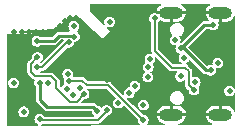
<source format=gbr>
%TF.GenerationSoftware,KiCad,Pcbnew,7.0.10*%
%TF.CreationDate,2024-07-12T16:17:24+02:00*%
%TF.ProjectId,MouthIO_v3,4d6f7574-6849-44f5-9f76-332e6b696361,rev?*%
%TF.SameCoordinates,Original*%
%TF.FileFunction,Copper,L3,Inr*%
%TF.FilePolarity,Positive*%
%FSLAX46Y46*%
G04 Gerber Fmt 4.6, Leading zero omitted, Abs format (unit mm)*
G04 Created by KiCad (PCBNEW 7.0.10) date 2024-07-12 16:17:24*
%MOMM*%
%LPD*%
G01*
G04 APERTURE LIST*
%TA.AperFunction,ComponentPad*%
%ADD10O,2.000000X1.000000*%
%TD*%
%TA.AperFunction,ViaPad*%
%ADD11C,0.504800*%
%TD*%
%TA.AperFunction,Conductor*%
%ADD12C,0.250000*%
%TD*%
%TA.AperFunction,Conductor*%
%ADD13C,0.200000*%
%TD*%
G04 APERTURE END LIST*
D10*
%TO.N,GND*%
%TO.C,USB-C0*%
X151901100Y-100683600D03*
X151901100Y-109323600D03*
X156051100Y-100683600D03*
X156051100Y-109323600D03*
%TD*%
D11*
%TO.N,GND*%
X148330000Y-109870000D03*
X148921100Y-103293600D03*
X146501100Y-105003600D03*
X143863120Y-101126942D03*
X140440000Y-102303600D03*
X143237600Y-109227600D03*
X141020000Y-102303600D03*
X142120832Y-102117974D03*
X146501100Y-103803600D03*
X139235745Y-102290884D03*
X145251100Y-100303600D03*
X146501100Y-106343600D03*
X143340000Y-101127400D03*
X145301100Y-105003600D03*
X139837692Y-102314308D03*
X142490000Y-101760000D03*
X142875000Y-101375000D03*
X138532409Y-109162963D03*
X155719063Y-106076958D03*
X140790000Y-109000000D03*
X141580000Y-102303600D03*
X145993538Y-101206000D03*
X138600000Y-102300000D03*
X147701100Y-105003600D03*
%TO.N,+3V3*%
X152710287Y-103704942D03*
X156840000Y-107300000D03*
X147431100Y-108323600D03*
X143648700Y-101832203D03*
X143545803Y-107614754D03*
X139415665Y-109063902D03*
X155244347Y-105556005D03*
X146691100Y-101453600D03*
X138550000Y-106620000D03*
X155460000Y-101700000D03*
%TO.N,/EN_LDO*%
X153932400Y-106557600D03*
X148831928Y-106904431D03*
%TO.N,Net-(D2-PadA)*%
X149551475Y-108502012D03*
X141461437Y-106617600D03*
%TO.N,+VBAT*%
X153830000Y-107200000D03*
X150501100Y-101162200D03*
X155845189Y-104936042D03*
%TO.N,Net-(R1-Pad2)*%
X143061549Y-107102656D03*
%TO.N,Net-(USB-C0-CC1)*%
X152690000Y-106070000D03*
%TO.N,Net-(USB-C0-CC2)*%
X149922593Y-106130615D03*
%TO.N,/GPIO19_DP*%
X150101100Y-104603600D03*
%TO.N,/GPIO18_DM*%
X149951100Y-105253600D03*
%TO.N,/GPIO6_DIN*%
X144200816Y-107043609D03*
%TO.N,/GPIO5_BUTTON*%
X143256000Y-106426000D03*
X149525590Y-109750299D03*
%TO.N,/GPIO4_ADC*%
X152232217Y-102975112D03*
X143151100Y-105853600D03*
%TO.N,/GPIO0_CS0*%
X143708033Y-102690000D03*
X140540000Y-103090000D03*
%TO.N,/GPIO1_CS1*%
X143213279Y-103191961D03*
X140556181Y-105289737D03*
%TO.N,/GPIO10_SCL*%
X140777573Y-109704693D03*
X146427859Y-108948437D03*
%TO.N,/GPIO9_STRP_SDA*%
X145648595Y-109024246D03*
X140755600Y-106609878D03*
%TO.N,/GPIO7_CSEND*%
X140568809Y-104461155D03*
X144520000Y-107570000D03*
%TO.N,Net-(U3-ISEL2)*%
X152981709Y-104529067D03*
X148351294Y-107458514D03*
%TD*%
D12*
%TO.N,+3V3*%
X154715229Y-101700000D02*
X152710287Y-103704942D01*
X155244347Y-105556005D02*
X154825214Y-105556005D01*
X154825214Y-105556005D02*
X152974151Y-103704942D01*
X155460000Y-101700000D02*
X154715229Y-101700000D01*
X152974151Y-103704942D02*
X152710287Y-103704942D01*
D13*
%TO.N,+VBAT*%
X153380000Y-105630000D02*
X153090000Y-105340000D01*
X153380000Y-106786412D02*
X153380000Y-105630000D01*
X153793588Y-107200000D02*
X153380000Y-106786412D01*
X153830000Y-107200000D02*
X153793588Y-107200000D01*
X150501100Y-103906250D02*
X150501100Y-101162200D01*
X153090000Y-105340000D02*
X151934850Y-105340000D01*
X151934850Y-105340000D02*
X150501100Y-103906250D01*
%TO.N,/GPIO5_BUTTON*%
X144363291Y-106426000D02*
X143256000Y-106426000D01*
X144733291Y-106796000D02*
X144363291Y-106426000D01*
X146571291Y-106796000D02*
X144733291Y-106796000D01*
X149525590Y-109750299D02*
X146571291Y-106796000D01*
D12*
%TO.N,/GPIO0_CS0*%
X142415439Y-102614561D02*
X143632594Y-102614561D01*
X140540000Y-103090000D02*
X141940000Y-103090000D01*
X143632594Y-102614561D02*
X143708033Y-102690000D01*
X141940000Y-103090000D02*
X142415439Y-102614561D01*
D13*
%TO.N,/GPIO1_CS1*%
X140556181Y-105289737D02*
X140970263Y-105289737D01*
X140970263Y-105289737D02*
X143068039Y-103191961D01*
X143068039Y-103191961D02*
X143213279Y-103191961D01*
%TO.N,/GPIO10_SCL*%
X140852880Y-109780000D02*
X140777573Y-109704693D01*
X146427859Y-108948437D02*
X146427859Y-109026194D01*
X145674053Y-109780000D02*
X140852880Y-109780000D01*
X146427859Y-109026194D02*
X145674053Y-109780000D01*
D12*
%TO.N,/GPIO9_STRP_SDA*%
X145274349Y-108650000D02*
X145648595Y-109024246D01*
X140760000Y-108044753D02*
X141365247Y-108650000D01*
X140760000Y-106614278D02*
X140760000Y-108044753D01*
X141365247Y-108650000D02*
X145274349Y-108650000D01*
X140755600Y-106609878D02*
X140760000Y-106614278D01*
D13*
%TO.N,/GPIO7_CSEND*%
X142170000Y-106480000D02*
X141747478Y-106057478D01*
X143884000Y-108206000D02*
X143356000Y-108206000D01*
X143356000Y-108206000D02*
X142170000Y-107020000D01*
X140000000Y-105660000D02*
X140000000Y-105029964D01*
X141747478Y-106057478D02*
X140397478Y-106057478D01*
X140000000Y-105029964D02*
X140568809Y-104461155D01*
X142170000Y-107020000D02*
X142170000Y-106480000D01*
X144520000Y-107570000D02*
X143884000Y-108206000D01*
X140397478Y-106057478D02*
X140000000Y-105660000D01*
%TD*%
%TA.AperFunction,Conductor*%
%TO.N,GND*%
G36*
X142176598Y-102392810D02*
G01*
X142173711Y-102395960D01*
X141819526Y-102750148D01*
X141784878Y-102764500D01*
X140879603Y-102764500D01*
X140844955Y-102750148D01*
X140842571Y-102747587D01*
X140839639Y-102744203D01*
X140814012Y-102727734D01*
X140755298Y-102690001D01*
X140730073Y-102673790D01*
X140605118Y-102637100D01*
X140605117Y-102637100D01*
X140474883Y-102637100D01*
X140474881Y-102637100D01*
X140349926Y-102673790D01*
X140240362Y-102744202D01*
X140155081Y-102842622D01*
X140155080Y-102842624D01*
X140155079Y-102842625D01*
X140155079Y-102842626D01*
X140151085Y-102851370D01*
X140100975Y-102961093D01*
X140082443Y-103089998D01*
X140082443Y-103090001D01*
X140100975Y-103218906D01*
X140125757Y-103273168D01*
X140155079Y-103337374D01*
X140155080Y-103337375D01*
X140155081Y-103337377D01*
X140237430Y-103432413D01*
X140240364Y-103435799D01*
X140304494Y-103477012D01*
X140349926Y-103506209D01*
X140412403Y-103524554D01*
X140474883Y-103542900D01*
X140474888Y-103542900D01*
X140605112Y-103542900D01*
X140605117Y-103542900D01*
X140730076Y-103506208D01*
X140839636Y-103435799D01*
X140839639Y-103435796D01*
X140842571Y-103432413D01*
X140876106Y-103415625D01*
X140879603Y-103415500D01*
X141923641Y-103415500D01*
X141927911Y-103415686D01*
X141930686Y-103415928D01*
X141968807Y-103419264D01*
X142008457Y-103408638D01*
X142012618Y-103407715D01*
X142053045Y-103400588D01*
X142060054Y-103396540D01*
X142071871Y-103391646D01*
X142079684Y-103389554D01*
X142113314Y-103366004D01*
X142116885Y-103363729D01*
X142152455Y-103343194D01*
X142178854Y-103311731D01*
X142181720Y-103308604D01*
X142535914Y-102954413D01*
X142570562Y-102940061D01*
X142754178Y-102940061D01*
X142788826Y-102954413D01*
X142803178Y-102989061D01*
X142798749Y-103009417D01*
X142779841Y-103050817D01*
X142769918Y-103065109D01*
X140905211Y-104929816D01*
X140870563Y-104944168D01*
X140844072Y-104936390D01*
X140843532Y-104936043D01*
X140819695Y-104920724D01*
X140798307Y-104889919D01*
X140804965Y-104853012D01*
X140819694Y-104838283D01*
X140868445Y-104806954D01*
X140953730Y-104708529D01*
X141007832Y-104590064D01*
X141007832Y-104590062D01*
X141007833Y-104590061D01*
X141026366Y-104461156D01*
X141026366Y-104461153D01*
X141007833Y-104332248D01*
X141003838Y-104323501D01*
X140953730Y-104213781D01*
X140930862Y-104187390D01*
X140868446Y-104115357D01*
X140868445Y-104115356D01*
X140758885Y-104044947D01*
X140758882Y-104044945D01*
X140633927Y-104008255D01*
X140633926Y-104008255D01*
X140503692Y-104008255D01*
X140503690Y-104008255D01*
X140378735Y-104044945D01*
X140269171Y-104115357D01*
X140183890Y-104213777D01*
X140183889Y-104213779D01*
X140129784Y-104332248D01*
X140111252Y-104461153D01*
X140111252Y-104461158D01*
X140111857Y-104465367D01*
X140102582Y-104501705D01*
X140098004Y-104506987D01*
X139827825Y-104777166D01*
X139819374Y-104783248D01*
X139819393Y-104783272D01*
X139815768Y-104786009D01*
X139783358Y-104821559D01*
X139781797Y-104823194D01*
X139767833Y-104837158D01*
X139767824Y-104837169D01*
X139765790Y-104840137D01*
X139761587Y-104845442D01*
X139740085Y-104869029D01*
X139740083Y-104869032D01*
X139734436Y-104883608D01*
X139729172Y-104893594D01*
X139720343Y-104906483D01*
X139720343Y-104906484D01*
X139713036Y-104937547D01*
X139711030Y-104944026D01*
X139710037Y-104946590D01*
X139699660Y-104973380D01*
X139699500Y-104973792D01*
X139699500Y-104989417D01*
X139698198Y-105000636D01*
X139694621Y-105015840D01*
X139694621Y-105015845D01*
X139698306Y-105042264D01*
X139699030Y-105047450D01*
X139699500Y-105054220D01*
X139699500Y-105602990D01*
X139697824Y-105613261D01*
X139697854Y-105613266D01*
X139697227Y-105617759D01*
X139697227Y-105617764D01*
X139697227Y-105617765D01*
X139699182Y-105660045D01*
X139699448Y-105665809D01*
X139699500Y-105668071D01*
X139699500Y-105687843D01*
X139700159Y-105691369D01*
X139700941Y-105698109D01*
X139702026Y-105721588D01*
X139702415Y-105729990D01*
X139702415Y-105729994D01*
X139708728Y-105744291D01*
X139712067Y-105755075D01*
X139714938Y-105770429D01*
X139714940Y-105770435D01*
X139731734Y-105797559D01*
X139734897Y-105803560D01*
X139747792Y-105832764D01*
X139747793Y-105832765D01*
X139758842Y-105843813D01*
X139765852Y-105852662D01*
X139771972Y-105862546D01*
X139774081Y-105865952D01*
X139799550Y-105885185D01*
X139804669Y-105889640D01*
X140144678Y-106229649D01*
X140150759Y-106238099D01*
X140150783Y-106238082D01*
X140153518Y-106241703D01*
X140153520Y-106241706D01*
X140189086Y-106274129D01*
X140190700Y-106275671D01*
X140204676Y-106289648D01*
X140204679Y-106289650D01*
X140204681Y-106289652D01*
X140207641Y-106291679D01*
X140212954Y-106295888D01*
X140214275Y-106297092D01*
X140236545Y-106317394D01*
X140251114Y-106323038D01*
X140261105Y-106328304D01*
X140273994Y-106337133D01*
X140273996Y-106337133D01*
X140273998Y-106337135D01*
X140305077Y-106344445D01*
X140311533Y-106346444D01*
X140319560Y-106349554D01*
X140346683Y-106375452D01*
X140347549Y-106412945D01*
X140346430Y-106415599D01*
X140316576Y-106480968D01*
X140316576Y-106480970D01*
X140298043Y-106609876D01*
X140298043Y-106609879D01*
X140316575Y-106738784D01*
X140333354Y-106775524D01*
X140370679Y-106857252D01*
X140370680Y-106857253D01*
X140370681Y-106857255D01*
X140422532Y-106917094D01*
X140434500Y-106949182D01*
X140434500Y-108028394D01*
X140434314Y-108032664D01*
X140430736Y-108073560D01*
X140441361Y-108113213D01*
X140442285Y-108117385D01*
X140449411Y-108157797D01*
X140449412Y-108157799D01*
X140453455Y-108164801D01*
X140458351Y-108176620D01*
X140460445Y-108184435D01*
X140483988Y-108218060D01*
X140486284Y-108221664D01*
X140506804Y-108257206D01*
X140506805Y-108257208D01*
X140538253Y-108283595D01*
X140541405Y-108286484D01*
X141123516Y-108868595D01*
X141126405Y-108871747D01*
X141152791Y-108903194D01*
X141152793Y-108903195D01*
X141188342Y-108923719D01*
X141191939Y-108926010D01*
X141225563Y-108949554D01*
X141233375Y-108951646D01*
X141245190Y-108956539D01*
X141252202Y-108960588D01*
X141292624Y-108967715D01*
X141296794Y-108968640D01*
X141336441Y-108979264D01*
X141377340Y-108975686D01*
X141381610Y-108975500D01*
X145119227Y-108975500D01*
X145153875Y-108989852D01*
X145179969Y-109015946D01*
X145193822Y-109043620D01*
X145207634Y-109139678D01*
X145209572Y-109153155D01*
X145263674Y-109271620D01*
X145263675Y-109271621D01*
X145263676Y-109271623D01*
X145348959Y-109370045D01*
X145378887Y-109389279D01*
X145400276Y-109420084D01*
X145393617Y-109456991D01*
X145362812Y-109478380D01*
X145352396Y-109479500D01*
X141203505Y-109479500D01*
X141168857Y-109465148D01*
X141163265Y-109458208D01*
X141077210Y-109358895D01*
X141077209Y-109358894D01*
X140967649Y-109288485D01*
X140967646Y-109288483D01*
X140842691Y-109251793D01*
X140842690Y-109251793D01*
X140712456Y-109251793D01*
X140712454Y-109251793D01*
X140587499Y-109288483D01*
X140477935Y-109358895D01*
X140392654Y-109457315D01*
X140392653Y-109457317D01*
X140338548Y-109575786D01*
X140320016Y-109704691D01*
X140320016Y-109704694D01*
X140338548Y-109833599D01*
X140359378Y-109879208D01*
X140392652Y-109952067D01*
X140392653Y-109952068D01*
X140392654Y-109952070D01*
X140477935Y-110050490D01*
X140477937Y-110050492D01*
X140585026Y-110119313D01*
X140587499Y-110120902D01*
X140626924Y-110132478D01*
X140656125Y-110156010D01*
X140660134Y-110193298D01*
X140636602Y-110222499D01*
X140613398Y-110228492D01*
X138043718Y-110243106D01*
X138008988Y-110228952D01*
X137994440Y-110194386D01*
X137994439Y-110194107D01*
X137994439Y-109063903D01*
X138958108Y-109063903D01*
X138976640Y-109192808D01*
X138998229Y-109240079D01*
X139030744Y-109311276D01*
X139030745Y-109311277D01*
X139030746Y-109311279D01*
X139109532Y-109402203D01*
X139116029Y-109409701D01*
X139209836Y-109469986D01*
X139225591Y-109480111D01*
X139288068Y-109498456D01*
X139350548Y-109516802D01*
X139350553Y-109516802D01*
X139480777Y-109516802D01*
X139480782Y-109516802D01*
X139605741Y-109480110D01*
X139715301Y-109409701D01*
X139800586Y-109311276D01*
X139854688Y-109192811D01*
X139854688Y-109192809D01*
X139854689Y-109192808D01*
X139873222Y-109063903D01*
X139873222Y-109063900D01*
X139854689Y-108934995D01*
X139840166Y-108903195D01*
X139800586Y-108816528D01*
X139734108Y-108739808D01*
X139715302Y-108718104D01*
X139715301Y-108718103D01*
X139605741Y-108647694D01*
X139605738Y-108647692D01*
X139480783Y-108611002D01*
X139480782Y-108611002D01*
X139350548Y-108611002D01*
X139350546Y-108611002D01*
X139225591Y-108647692D01*
X139116027Y-108718104D01*
X139030746Y-108816524D01*
X139030745Y-108816526D01*
X138976640Y-108934995D01*
X138958108Y-109063900D01*
X138958108Y-109063903D01*
X137994439Y-109063903D01*
X137994439Y-106620001D01*
X138092443Y-106620001D01*
X138110975Y-106748906D01*
X138130757Y-106792221D01*
X138165079Y-106867374D01*
X138165080Y-106867375D01*
X138165081Y-106867377D01*
X138248284Y-106963399D01*
X138250364Y-106965799D01*
X138359924Y-107036208D01*
X138359926Y-107036209D01*
X138415824Y-107052622D01*
X138484883Y-107072900D01*
X138484888Y-107072900D01*
X138615112Y-107072900D01*
X138615117Y-107072900D01*
X138740076Y-107036208D01*
X138849636Y-106965799D01*
X138934921Y-106867374D01*
X138989023Y-106748909D01*
X138989023Y-106748907D01*
X138989024Y-106748906D01*
X139007557Y-106620001D01*
X139007557Y-106619998D01*
X138989024Y-106491093D01*
X138971242Y-106452157D01*
X138934921Y-106372626D01*
X138932270Y-106369567D01*
X138849637Y-106274202D01*
X138849636Y-106274201D01*
X138747567Y-106208606D01*
X138740073Y-106203790D01*
X138615118Y-106167100D01*
X138615117Y-106167100D01*
X138484883Y-106167100D01*
X138484881Y-106167100D01*
X138359926Y-106203790D01*
X138250362Y-106274202D01*
X138165081Y-106372622D01*
X138165080Y-106372624D01*
X138110975Y-106491093D01*
X138092443Y-106619998D01*
X138092443Y-106620001D01*
X137994439Y-106620001D01*
X137994439Y-102495677D01*
X138008791Y-102461029D01*
X138042723Y-102446682D01*
X142182083Y-102386273D01*
X142176598Y-102392810D01*
G37*
%TD.AperFunction*%
%TA.AperFunction,Conductor*%
G36*
X146461172Y-107110852D02*
G01*
X147208187Y-107857867D01*
X147222539Y-107892515D01*
X147208187Y-107927163D01*
X147200030Y-107933736D01*
X147131464Y-107977800D01*
X147046181Y-108076222D01*
X147046180Y-108076224D01*
X146992075Y-108194693D01*
X146973543Y-108323598D01*
X146973543Y-108323601D01*
X146992075Y-108452506D01*
X147014685Y-108502013D01*
X147046179Y-108570974D01*
X147046180Y-108570975D01*
X147046181Y-108570977D01*
X147113626Y-108648813D01*
X147131464Y-108669399D01*
X147207795Y-108718453D01*
X147241026Y-108739809D01*
X147273646Y-108749387D01*
X147365983Y-108776500D01*
X147365988Y-108776500D01*
X147496212Y-108776500D01*
X147496217Y-108776500D01*
X147621176Y-108739808D01*
X147730736Y-108669399D01*
X147816021Y-108570974D01*
X147819707Y-108562901D01*
X147847151Y-108537346D01*
X147884630Y-108538681D01*
X147898927Y-108548607D01*
X149054785Y-109704465D01*
X149069137Y-109739113D01*
X149068639Y-109746083D01*
X149068033Y-109750299D01*
X149068033Y-109750301D01*
X149086565Y-109879205D01*
X149096996Y-109902045D01*
X149140669Y-109997673D01*
X149140670Y-109997674D01*
X149140671Y-109997676D01*
X149228139Y-110098620D01*
X149239982Y-110134204D01*
X149223195Y-110167740D01*
X149191386Y-110179707D01*
X140948801Y-110226585D01*
X140914071Y-110212431D01*
X140899523Y-110177865D01*
X140913677Y-110143135D01*
X140934717Y-110130571D01*
X140967646Y-110120902D01*
X140967646Y-110120901D01*
X140967649Y-110120901D01*
X141018412Y-110088277D01*
X141044903Y-110080500D01*
X145617043Y-110080500D01*
X145627314Y-110082175D01*
X145627319Y-110082146D01*
X145631812Y-110082772D01*
X145631814Y-110082771D01*
X145631818Y-110082773D01*
X145678389Y-110080620D01*
X145679864Y-110080552D01*
X145682126Y-110080500D01*
X145701896Y-110080500D01*
X145701897Y-110080500D01*
X145705418Y-110079841D01*
X145712160Y-110079058D01*
X145744045Y-110077585D01*
X145758346Y-110071269D01*
X145769124Y-110067932D01*
X145784486Y-110065061D01*
X145811623Y-110048258D01*
X145817603Y-110045105D01*
X145846818Y-110032206D01*
X145857872Y-110021150D01*
X145866715Y-110014146D01*
X145880005Y-110005919D01*
X145899244Y-109980440D01*
X145903687Y-109975335D01*
X146463589Y-109415435D01*
X146489634Y-109402398D01*
X146489613Y-109402324D01*
X146490023Y-109402203D01*
X146491263Y-109401583D01*
X146492967Y-109401337D01*
X146492976Y-109401337D01*
X146617935Y-109364645D01*
X146727495Y-109294236D01*
X146812780Y-109195811D01*
X146866882Y-109077346D01*
X146866882Y-109077344D01*
X146866883Y-109077343D01*
X146885416Y-108948438D01*
X146885416Y-108948435D01*
X146866883Y-108819530D01*
X146847231Y-108776499D01*
X146812780Y-108701063D01*
X146805548Y-108692717D01*
X146727496Y-108602639D01*
X146727495Y-108602638D01*
X146617935Y-108532229D01*
X146617932Y-108532227D01*
X146492977Y-108495537D01*
X146492976Y-108495537D01*
X146362742Y-108495537D01*
X146362740Y-108495537D01*
X146237785Y-108532227D01*
X146128221Y-108602639D01*
X146042414Y-108701666D01*
X146008878Y-108718453D01*
X145973294Y-108706610D01*
X145968350Y-108701666D01*
X145948232Y-108678448D01*
X145948231Y-108678447D01*
X145838671Y-108608038D01*
X145838668Y-108608036D01*
X145713713Y-108571346D01*
X145713712Y-108571346D01*
X145676317Y-108571346D01*
X145641669Y-108556994D01*
X145516073Y-108431398D01*
X145513196Y-108428259D01*
X145486804Y-108396806D01*
X145485924Y-108396298D01*
X145451260Y-108376284D01*
X145447656Y-108373988D01*
X145425691Y-108358608D01*
X145414033Y-108350446D01*
X145414032Y-108350445D01*
X145414031Y-108350445D01*
X145406216Y-108348351D01*
X145394397Y-108343455D01*
X145387395Y-108339412D01*
X145387393Y-108339411D01*
X145346981Y-108332285D01*
X145342815Y-108331362D01*
X145303156Y-108320736D01*
X145303155Y-108320736D01*
X145262260Y-108324314D01*
X145257990Y-108324500D01*
X144308767Y-108324500D01*
X144274119Y-108310148D01*
X144259767Y-108275500D01*
X144274119Y-108240852D01*
X144477719Y-108037252D01*
X144512367Y-108022900D01*
X144585112Y-108022900D01*
X144585117Y-108022900D01*
X144710076Y-107986208D01*
X144819636Y-107915799D01*
X144904921Y-107817374D01*
X144959023Y-107698909D01*
X144959023Y-107698907D01*
X144959024Y-107698906D01*
X144977557Y-107570001D01*
X144977557Y-107569998D01*
X144959024Y-107441093D01*
X144936102Y-107390902D01*
X144904921Y-107322626D01*
X144903200Y-107320640D01*
X144819637Y-107224202D01*
X144819636Y-107224201D01*
X144761315Y-107186721D01*
X144739927Y-107155916D01*
X144746585Y-107119009D01*
X144777391Y-107097620D01*
X144787807Y-107096500D01*
X146426524Y-107096500D01*
X146461172Y-107110852D01*
G37*
%TD.AperFunction*%
%TA.AperFunction,Conductor*%
G36*
X151035702Y-99955739D02*
G01*
X151050054Y-99990387D01*
X151035702Y-100025035D01*
X151027980Y-100031326D01*
X150915728Y-100105154D01*
X150915723Y-100105158D01*
X150795416Y-100232676D01*
X150795411Y-100232683D01*
X150707751Y-100384515D01*
X150707747Y-100384524D01*
X150657467Y-100552470D01*
X150657465Y-100552480D01*
X150657109Y-100558600D01*
X151624758Y-100558600D01*
X151597205Y-100655440D01*
X151607554Y-100767121D01*
X151628208Y-100808600D01*
X150802985Y-100808600D01*
X150776494Y-100800822D01*
X150691173Y-100745990D01*
X150566218Y-100709300D01*
X150566217Y-100709300D01*
X150435983Y-100709300D01*
X150435981Y-100709300D01*
X150311026Y-100745990D01*
X150201462Y-100816402D01*
X150116181Y-100914822D01*
X150116180Y-100914824D01*
X150062075Y-101033293D01*
X150043543Y-101162198D01*
X150043543Y-101162201D01*
X150062075Y-101291106D01*
X150090891Y-101354201D01*
X150116179Y-101409574D01*
X150116180Y-101409575D01*
X150116181Y-101409577D01*
X150188632Y-101493189D01*
X150200600Y-101525277D01*
X150200600Y-103849240D01*
X150198924Y-103859511D01*
X150198954Y-103859516D01*
X150198327Y-103864009D01*
X150200548Y-103912059D01*
X150200600Y-103914321D01*
X150200600Y-103934093D01*
X150201259Y-103937619D01*
X150202041Y-103944359D01*
X150203515Y-103976240D01*
X150203515Y-103976244D01*
X150209828Y-103990541D01*
X150213167Y-104001325D01*
X150216038Y-104016679D01*
X150216040Y-104016685D01*
X150232834Y-104043809D01*
X150235997Y-104049810D01*
X150248892Y-104079013D01*
X150248989Y-104079110D01*
X150249035Y-104079223D01*
X150251460Y-104082762D01*
X150250714Y-104083272D01*
X150263346Y-104113756D01*
X150248999Y-104148406D01*
X150214353Y-104162763D01*
X150200542Y-104160778D01*
X150166220Y-104150701D01*
X150166217Y-104150700D01*
X150035983Y-104150700D01*
X150035981Y-104150700D01*
X149911026Y-104187390D01*
X149801462Y-104257802D01*
X149716181Y-104356222D01*
X149716180Y-104356224D01*
X149662075Y-104474693D01*
X149643543Y-104603598D01*
X149643543Y-104603601D01*
X149662075Y-104732506D01*
X149703920Y-104824131D01*
X149705259Y-104861610D01*
X149685840Y-104885708D01*
X149651464Y-104907800D01*
X149566181Y-105006222D01*
X149566180Y-105006224D01*
X149512075Y-105124693D01*
X149493543Y-105253598D01*
X149493543Y-105253601D01*
X149512075Y-105382506D01*
X149535173Y-105433082D01*
X149566179Y-105500974D01*
X149566180Y-105500975D01*
X149566181Y-105500977D01*
X149647900Y-105595286D01*
X149651464Y-105599399D01*
X149717326Y-105641725D01*
X149738715Y-105672531D01*
X149732057Y-105709438D01*
X149717326Y-105724168D01*
X149622957Y-105784815D01*
X149537674Y-105883237D01*
X149537673Y-105883239D01*
X149483568Y-106001708D01*
X149465036Y-106130613D01*
X149465036Y-106130616D01*
X149483568Y-106259521D01*
X149500727Y-106297092D01*
X149537672Y-106377989D01*
X149537673Y-106377990D01*
X149537674Y-106377992D01*
X149601938Y-106452157D01*
X149622957Y-106476414D01*
X149732517Y-106546823D01*
X149732519Y-106546824D01*
X149772737Y-106558633D01*
X149857476Y-106583515D01*
X149857481Y-106583515D01*
X149987705Y-106583515D01*
X149987710Y-106583515D01*
X150112669Y-106546823D01*
X150222229Y-106476414D01*
X150307514Y-106377989D01*
X150361616Y-106259524D01*
X150361616Y-106259522D01*
X150361617Y-106259521D01*
X150380150Y-106130616D01*
X150380150Y-106130613D01*
X150361617Y-106001708D01*
X150352848Y-105982508D01*
X150307514Y-105883241D01*
X150300067Y-105874647D01*
X150233273Y-105797562D01*
X150222229Y-105784816D01*
X150222228Y-105784815D01*
X150156366Y-105742488D01*
X150134977Y-105711683D01*
X150141636Y-105674776D01*
X150156362Y-105660048D01*
X150250736Y-105599399D01*
X150336021Y-105500974D01*
X150390123Y-105382509D01*
X150390123Y-105382507D01*
X150390124Y-105382506D01*
X150408657Y-105253601D01*
X150408657Y-105253598D01*
X150390124Y-105124693D01*
X150380265Y-105103105D01*
X150348278Y-105033066D01*
X150346940Y-104995589D01*
X150366359Y-104971491D01*
X150400736Y-104949399D01*
X150486021Y-104850974D01*
X150540123Y-104732509D01*
X150540123Y-104732507D01*
X150540124Y-104732506D01*
X150558657Y-104603601D01*
X150558657Y-104603598D01*
X150543536Y-104498427D01*
X150552811Y-104462089D01*
X150585064Y-104442953D01*
X150621402Y-104452228D01*
X150626685Y-104456806D01*
X151682050Y-105512171D01*
X151688131Y-105520621D01*
X151688155Y-105520604D01*
X151690890Y-105524225D01*
X151690892Y-105524228D01*
X151726458Y-105556651D01*
X151728072Y-105558193D01*
X151742048Y-105572170D01*
X151742051Y-105572172D01*
X151742053Y-105572174D01*
X151745013Y-105574201D01*
X151750327Y-105578411D01*
X151773917Y-105599916D01*
X151788486Y-105605560D01*
X151798477Y-105610826D01*
X151811366Y-105619655D01*
X151811368Y-105619655D01*
X151811370Y-105619657D01*
X151842449Y-105626967D01*
X151848905Y-105628966D01*
X151878677Y-105640500D01*
X151894303Y-105640500D01*
X151905522Y-105641802D01*
X151920726Y-105645378D01*
X151920727Y-105645378D01*
X151920731Y-105645379D01*
X151947247Y-105641679D01*
X151952338Y-105640970D01*
X151959107Y-105640500D01*
X152355596Y-105640500D01*
X152390244Y-105654852D01*
X152404596Y-105689500D01*
X152392628Y-105721588D01*
X152305081Y-105822622D01*
X152305080Y-105822624D01*
X152250975Y-105941093D01*
X152232443Y-106069998D01*
X152232443Y-106070001D01*
X152250975Y-106198906D01*
X152272207Y-106245396D01*
X152305079Y-106317374D01*
X152305080Y-106317375D01*
X152305081Y-106317377D01*
X152390362Y-106415797D01*
X152390364Y-106415799D01*
X152499924Y-106486208D01*
X152499926Y-106486209D01*
X152562403Y-106504554D01*
X152624883Y-106522900D01*
X152624888Y-106522900D01*
X152755112Y-106522900D01*
X152755117Y-106522900D01*
X152873214Y-106488223D01*
X152880073Y-106486209D01*
X152880073Y-106486208D01*
X152880076Y-106486208D01*
X152989636Y-106415799D01*
X152989810Y-106415599D01*
X152993466Y-106411379D01*
X153027001Y-106394589D01*
X153062585Y-106406430D01*
X153079375Y-106439965D01*
X153079500Y-106443464D01*
X153079500Y-106729402D01*
X153077824Y-106739673D01*
X153077854Y-106739678D01*
X153077227Y-106744171D01*
X153079448Y-106792221D01*
X153079500Y-106794483D01*
X153079500Y-106814255D01*
X153080159Y-106817781D01*
X153080941Y-106824521D01*
X153082415Y-106856402D01*
X153082415Y-106856406D01*
X153088728Y-106870703D01*
X153092067Y-106881487D01*
X153094938Y-106896841D01*
X153094940Y-106896847D01*
X153111734Y-106923971D01*
X153114897Y-106929972D01*
X153127792Y-106959176D01*
X153127793Y-106959177D01*
X153138842Y-106970225D01*
X153145852Y-106979074D01*
X153150127Y-106985978D01*
X153154081Y-106992364D01*
X153179550Y-107011597D01*
X153184669Y-107016052D01*
X153361553Y-107192936D01*
X153375405Y-107220609D01*
X153386821Y-107300001D01*
X153390977Y-107328909D01*
X153390977Y-107328910D01*
X153403957Y-107357331D01*
X153445079Y-107447374D01*
X153445080Y-107447375D01*
X153445081Y-107447377D01*
X153515316Y-107528433D01*
X153530364Y-107545799D01*
X153637662Y-107614754D01*
X153639926Y-107616209D01*
X153698494Y-107633406D01*
X153764883Y-107652900D01*
X153764888Y-107652900D01*
X153895112Y-107652900D01*
X153895117Y-107652900D01*
X154020076Y-107616208D01*
X154129636Y-107545799D01*
X154214921Y-107447374D01*
X154269023Y-107328909D01*
X154269023Y-107328907D01*
X154269024Y-107328906D01*
X154287557Y-107200001D01*
X154287557Y-107199998D01*
X154269024Y-107071093D01*
X154258406Y-107047843D01*
X154218902Y-106961344D01*
X154217564Y-106923869D01*
X154229866Y-106906156D01*
X154229741Y-106906048D01*
X154230751Y-106904881D01*
X154231398Y-106903951D01*
X154232029Y-106903402D01*
X154232036Y-106903399D01*
X154317321Y-106804974D01*
X154371423Y-106686509D01*
X154371423Y-106686507D01*
X154371424Y-106686506D01*
X154389957Y-106557601D01*
X154389957Y-106557598D01*
X154371424Y-106428693D01*
X154362890Y-106410006D01*
X154317321Y-106310226D01*
X154314826Y-106307347D01*
X154232037Y-106211802D01*
X154232036Y-106211801D01*
X154130182Y-106146344D01*
X154122473Y-106141390D01*
X153997518Y-106104700D01*
X153997517Y-106104700D01*
X153867283Y-106104700D01*
X153867281Y-106104700D01*
X153743305Y-106141103D01*
X153706017Y-106137094D01*
X153682485Y-106107893D01*
X153680500Y-106094088D01*
X153680500Y-105687011D01*
X153682175Y-105676742D01*
X153682145Y-105676738D01*
X153682771Y-105672240D01*
X153682773Y-105672236D01*
X153680552Y-105624189D01*
X153680500Y-105621927D01*
X153680500Y-105602157D01*
X153679841Y-105598635D01*
X153679058Y-105591897D01*
X153677585Y-105560008D01*
X153676698Y-105557999D01*
X153671272Y-105545710D01*
X153667932Y-105534927D01*
X153665061Y-105519567D01*
X153648258Y-105492429D01*
X153645097Y-105486431D01*
X153632205Y-105457233D01*
X153621158Y-105446186D01*
X153614146Y-105437334D01*
X153605920Y-105424050D01*
X153605919Y-105424048D01*
X153605917Y-105424046D01*
X153605916Y-105424045D01*
X153580448Y-105404813D01*
X153575329Y-105400358D01*
X153342799Y-105167828D01*
X153336718Y-105159377D01*
X153336694Y-105159396D01*
X153333959Y-105155774D01*
X153333958Y-105155772D01*
X153316434Y-105139797D01*
X153298414Y-105123369D01*
X153296776Y-105121805D01*
X153282801Y-105107829D01*
X153282793Y-105107822D01*
X153279842Y-105105801D01*
X153274523Y-105101589D01*
X153267626Y-105095302D01*
X153250933Y-105080084D01*
X153250931Y-105080083D01*
X153236355Y-105074436D01*
X153226366Y-105069170D01*
X153213482Y-105060344D01*
X153213477Y-105060342D01*
X153182419Y-105053037D01*
X153175940Y-105051031D01*
X153159854Y-105044800D01*
X153153306Y-105042263D01*
X153126182Y-105016366D01*
X153125314Y-104978873D01*
X153151212Y-104951748D01*
X153157192Y-104949559D01*
X153171785Y-104945275D01*
X153281345Y-104874866D01*
X153366630Y-104776441D01*
X153405876Y-104690504D01*
X153433325Y-104664950D01*
X153470804Y-104666289D01*
X153485095Y-104676212D01*
X154062480Y-105253598D01*
X154583488Y-105774606D01*
X154586376Y-105777758D01*
X154612755Y-105809196D01*
X154612757Y-105809197D01*
X154612759Y-105809199D01*
X154648313Y-105829725D01*
X154651903Y-105832012D01*
X154685530Y-105855558D01*
X154693342Y-105857651D01*
X154705159Y-105862546D01*
X154712169Y-105866593D01*
X154752609Y-105873723D01*
X154756761Y-105874644D01*
X154796407Y-105885268D01*
X154837294Y-105881691D01*
X154841564Y-105881505D01*
X154904744Y-105881505D01*
X154939392Y-105895857D01*
X154941776Y-105898418D01*
X154944707Y-105901801D01*
X154944709Y-105901802D01*
X154944711Y-105901804D01*
X155005844Y-105941091D01*
X155054273Y-105972214D01*
X155116750Y-105990559D01*
X155179230Y-106008905D01*
X155179235Y-106008905D01*
X155309459Y-106008905D01*
X155309464Y-106008905D01*
X155434423Y-105972213D01*
X155543983Y-105901804D01*
X155629268Y-105803379D01*
X155683370Y-105684914D01*
X155683370Y-105684912D01*
X155683371Y-105684911D01*
X155701904Y-105556006D01*
X155701904Y-105556003D01*
X155684231Y-105433082D01*
X155693506Y-105396744D01*
X155725759Y-105377608D01*
X155746531Y-105379093D01*
X155780072Y-105388942D01*
X155780077Y-105388942D01*
X155910301Y-105388942D01*
X155910306Y-105388942D01*
X156035265Y-105352250D01*
X156144825Y-105281841D01*
X156230110Y-105183416D01*
X156284212Y-105064951D01*
X156284212Y-105064949D01*
X156284213Y-105064948D01*
X156302746Y-104936043D01*
X156302746Y-104936040D01*
X156284213Y-104807135D01*
X156270526Y-104777166D01*
X156230110Y-104688668D01*
X156209558Y-104664950D01*
X156144826Y-104590244D01*
X156144825Y-104590243D01*
X156035265Y-104519834D01*
X156035262Y-104519832D01*
X155910307Y-104483142D01*
X155910306Y-104483142D01*
X155780072Y-104483142D01*
X155780070Y-104483142D01*
X155655115Y-104519832D01*
X155545551Y-104590244D01*
X155460270Y-104688664D01*
X155460269Y-104688666D01*
X155406164Y-104807135D01*
X155387632Y-104936040D01*
X155387632Y-104936043D01*
X155405304Y-105058964D01*
X155396029Y-105095302D01*
X155363776Y-105114438D01*
X155342999Y-105112952D01*
X155318646Y-105105801D01*
X155309465Y-105103105D01*
X155309464Y-105103105D01*
X155179230Y-105103105D01*
X155179228Y-105103105D01*
X155054273Y-105139795D01*
X154974903Y-105190802D01*
X154937995Y-105197460D01*
X154913764Y-105184228D01*
X153337193Y-103607658D01*
X153322841Y-103573010D01*
X153337193Y-103538362D01*
X154835704Y-102039852D01*
X154870352Y-102025500D01*
X155120397Y-102025500D01*
X155155045Y-102039852D01*
X155157429Y-102042413D01*
X155160360Y-102045796D01*
X155160362Y-102045797D01*
X155160364Y-102045799D01*
X155265866Y-102113600D01*
X155269926Y-102116209D01*
X155332403Y-102134554D01*
X155394883Y-102152900D01*
X155394888Y-102152900D01*
X155525112Y-102152900D01*
X155525117Y-102152900D01*
X155650076Y-102116208D01*
X155759636Y-102045799D01*
X155844921Y-101947374D01*
X155899023Y-101828909D01*
X155899023Y-101828907D01*
X155899024Y-101828906D01*
X155917557Y-101700001D01*
X155917557Y-101699998D01*
X155899024Y-101571093D01*
X155878100Y-101525277D01*
X155867905Y-101502955D01*
X155866567Y-101465477D01*
X155892122Y-101438028D01*
X155912478Y-101433600D01*
X155926100Y-101433600D01*
X155926100Y-100956900D01*
X155995020Y-100983600D01*
X156078902Y-100983600D01*
X156161350Y-100968188D01*
X156176100Y-100959055D01*
X156176100Y-101433600D01*
X156594779Y-101433600D01*
X156725240Y-101418351D01*
X156725241Y-101418350D01*
X156889986Y-101358388D01*
X156889990Y-101358386D01*
X157036471Y-101262045D01*
X157036476Y-101262041D01*
X157156783Y-101134523D01*
X157156788Y-101134516D01*
X157245004Y-100981722D01*
X157274757Y-100958892D01*
X157311939Y-100963787D01*
X157334769Y-100993540D01*
X157336439Y-101006222D01*
X157336439Y-107071566D01*
X157322087Y-107106214D01*
X157287439Y-107120566D01*
X157252791Y-107106214D01*
X157242867Y-107091922D01*
X157224921Y-107052626D01*
X157220777Y-107047844D01*
X157139637Y-106954202D01*
X157139636Y-106954201D01*
X157030076Y-106883792D01*
X157030073Y-106883790D01*
X156905118Y-106847100D01*
X156905117Y-106847100D01*
X156774883Y-106847100D01*
X156774881Y-106847100D01*
X156649926Y-106883790D01*
X156540362Y-106954202D01*
X156455081Y-107052622D01*
X156455080Y-107052624D01*
X156400975Y-107171093D01*
X156382443Y-107299998D01*
X156382443Y-107300001D01*
X156400975Y-107428906D01*
X156425748Y-107483149D01*
X156455079Y-107547374D01*
X156455080Y-107547375D01*
X156455081Y-107547377D01*
X156529625Y-107633406D01*
X156540364Y-107645799D01*
X156649924Y-107716208D01*
X156649926Y-107716209D01*
X156712403Y-107734554D01*
X156774883Y-107752900D01*
X156774888Y-107752900D01*
X156905112Y-107752900D01*
X156905117Y-107752900D01*
X157030076Y-107716208D01*
X157139636Y-107645799D01*
X157224921Y-107547374D01*
X157242868Y-107508075D01*
X157270315Y-107482522D01*
X157307795Y-107483861D01*
X157333350Y-107511309D01*
X157336439Y-107528433D01*
X157336439Y-109013354D01*
X157322087Y-109048002D01*
X157287439Y-109062354D01*
X157252791Y-109048002D01*
X157242446Y-109032762D01*
X157205040Y-108946046D01*
X157205040Y-108946045D01*
X157100343Y-108805414D01*
X156966037Y-108692717D01*
X156809362Y-108614032D01*
X156809360Y-108614031D01*
X156638761Y-108573600D01*
X156176100Y-108573600D01*
X156176100Y-109050299D01*
X156107180Y-109023600D01*
X156023298Y-109023600D01*
X155940850Y-109039012D01*
X155926100Y-109048144D01*
X155926100Y-108573600D01*
X155507421Y-108573600D01*
X155376959Y-108588848D01*
X155376958Y-108588849D01*
X155212213Y-108648811D01*
X155212209Y-108648813D01*
X155065728Y-108745154D01*
X155065723Y-108745158D01*
X154945416Y-108872676D01*
X154945411Y-108872683D01*
X154857751Y-109024515D01*
X154857747Y-109024524D01*
X154807467Y-109192470D01*
X154807465Y-109192480D01*
X154807109Y-109198600D01*
X155774758Y-109198600D01*
X155747205Y-109295440D01*
X155757554Y-109407121D01*
X155778208Y-109448600D01*
X154811571Y-109448600D01*
X154827716Y-109540165D01*
X154827716Y-109540166D01*
X154897159Y-109701153D01*
X154897159Y-109701154D01*
X155001856Y-109841785D01*
X155136162Y-109954482D01*
X155292837Y-110033167D01*
X155292841Y-110033168D01*
X155355575Y-110048036D01*
X155385980Y-110069990D01*
X155391955Y-110107014D01*
X155370001Y-110137419D01*
X155344555Y-110144714D01*
X152541542Y-110160655D01*
X152506812Y-110146501D01*
X152492264Y-110111935D01*
X152506418Y-110077205D01*
X152535575Y-110062987D01*
X152575240Y-110058351D01*
X152575241Y-110058350D01*
X152739986Y-109998388D01*
X152739990Y-109998386D01*
X152886471Y-109902045D01*
X152886476Y-109902041D01*
X153006783Y-109774523D01*
X153006788Y-109774516D01*
X153094448Y-109622684D01*
X153094452Y-109622675D01*
X153144732Y-109454729D01*
X153144734Y-109454719D01*
X153145091Y-109448600D01*
X152177442Y-109448600D01*
X152204995Y-109351760D01*
X152194646Y-109240079D01*
X152173992Y-109198600D01*
X153140628Y-109198600D01*
X153124483Y-109107034D01*
X153124483Y-109107033D01*
X153055040Y-108946046D01*
X153055040Y-108946045D01*
X152950343Y-108805414D01*
X152816037Y-108692717D01*
X152659362Y-108614032D01*
X152659360Y-108614031D01*
X152488761Y-108573600D01*
X152026100Y-108573600D01*
X152026100Y-109050299D01*
X151957180Y-109023600D01*
X151873298Y-109023600D01*
X151790850Y-109039012D01*
X151776100Y-109048144D01*
X151776100Y-108573600D01*
X151357421Y-108573600D01*
X151226959Y-108588848D01*
X151226958Y-108588849D01*
X151062213Y-108648811D01*
X151062209Y-108648813D01*
X150915728Y-108745154D01*
X150915723Y-108745158D01*
X150795416Y-108872676D01*
X150795411Y-108872683D01*
X150707751Y-109024515D01*
X150707747Y-109024524D01*
X150657467Y-109192470D01*
X150657465Y-109192480D01*
X150657109Y-109198600D01*
X151624758Y-109198600D01*
X151597205Y-109295440D01*
X151607554Y-109407121D01*
X151628208Y-109448600D01*
X150661571Y-109448600D01*
X150677716Y-109540165D01*
X150677716Y-109540166D01*
X150747159Y-109701153D01*
X150747159Y-109701154D01*
X150851856Y-109841785D01*
X150986162Y-109954482D01*
X151142837Y-110033167D01*
X151142839Y-110033168D01*
X151302825Y-110071084D01*
X151333229Y-110093039D01*
X151339204Y-110130063D01*
X151317249Y-110160467D01*
X151291804Y-110167762D01*
X149863664Y-110175884D01*
X149828934Y-110161730D01*
X149814386Y-110127164D01*
X149826353Y-110094797D01*
X149910511Y-109997673D01*
X149964613Y-109879208D01*
X149964613Y-109879206D01*
X149964614Y-109879205D01*
X149983147Y-109750300D01*
X149983147Y-109750297D01*
X149964614Y-109621392D01*
X149931618Y-109549143D01*
X149910511Y-109502925D01*
X149890213Y-109479500D01*
X149825227Y-109404501D01*
X149825226Y-109404500D01*
X149715666Y-109334091D01*
X149715663Y-109334089D01*
X149590708Y-109297399D01*
X149590707Y-109297399D01*
X149517957Y-109297399D01*
X149483309Y-109283047D01*
X148702275Y-108502013D01*
X149093918Y-108502013D01*
X149112450Y-108630918D01*
X149134157Y-108678447D01*
X149166554Y-108749386D01*
X149166555Y-108749387D01*
X149166556Y-108749389D01*
X149251837Y-108847809D01*
X149251839Y-108847811D01*
X149361399Y-108918220D01*
X149361401Y-108918221D01*
X149418521Y-108934993D01*
X149486358Y-108954912D01*
X149486363Y-108954912D01*
X149616587Y-108954912D01*
X149616592Y-108954912D01*
X149741551Y-108918220D01*
X149851111Y-108847811D01*
X149936396Y-108749386D01*
X149990498Y-108630921D01*
X149990498Y-108630919D01*
X149990499Y-108630918D01*
X150009032Y-108502013D01*
X150009032Y-108502010D01*
X149990499Y-108373105D01*
X149976958Y-108343455D01*
X149936396Y-108254638D01*
X149924450Y-108240852D01*
X149851112Y-108156214D01*
X149851111Y-108156213D01*
X149741551Y-108085804D01*
X149741548Y-108085802D01*
X149616593Y-108049112D01*
X149616592Y-108049112D01*
X149486358Y-108049112D01*
X149486356Y-108049112D01*
X149361401Y-108085802D01*
X149251837Y-108156214D01*
X149166556Y-108254634D01*
X149166555Y-108254636D01*
X149112450Y-108373105D01*
X149093918Y-108502010D01*
X149093918Y-108502013D01*
X148702275Y-108502013D01*
X148174888Y-107974626D01*
X148160536Y-107939978D01*
X148174888Y-107905330D01*
X148209536Y-107890978D01*
X148223338Y-107892962D01*
X148286177Y-107911414D01*
X148286182Y-107911414D01*
X148416406Y-107911414D01*
X148416411Y-107911414D01*
X148477079Y-107893600D01*
X151820634Y-107893600D01*
X151840412Y-108043835D01*
X151898399Y-108183828D01*
X151898402Y-108183833D01*
X151990649Y-108304051D01*
X152110867Y-108396298D01*
X152110869Y-108396298D01*
X152110871Y-108396300D01*
X152195605Y-108431398D01*
X152250864Y-108454287D01*
X152363380Y-108469100D01*
X152363384Y-108469100D01*
X152438816Y-108469100D01*
X152438820Y-108469100D01*
X152551336Y-108454287D01*
X152691333Y-108396298D01*
X152811551Y-108304051D01*
X152903798Y-108183833D01*
X152961787Y-108043836D01*
X152981566Y-107893600D01*
X152961787Y-107743364D01*
X152943372Y-107698906D01*
X152903800Y-107603371D01*
X152903797Y-107603366D01*
X152891563Y-107587423D01*
X152811551Y-107483149D01*
X152805943Y-107478846D01*
X152691333Y-107390902D01*
X152691328Y-107390899D01*
X152551335Y-107332912D01*
X152473168Y-107322622D01*
X152438820Y-107318100D01*
X152363380Y-107318100D01*
X152331525Y-107322293D01*
X152250864Y-107332912D01*
X152110871Y-107390899D01*
X152110866Y-107390902D01*
X151990649Y-107483148D01*
X151990648Y-107483149D01*
X151898402Y-107603366D01*
X151898399Y-107603371D01*
X151840412Y-107743364D01*
X151820634Y-107893600D01*
X148477079Y-107893600D01*
X148541370Y-107874722D01*
X148650930Y-107804313D01*
X148736215Y-107705888D01*
X148790317Y-107587423D01*
X148790317Y-107587421D01*
X148790318Y-107587420D01*
X148808851Y-107458515D01*
X148808851Y-107458512D01*
X148802351Y-107413305D01*
X148811625Y-107376967D01*
X148843878Y-107357830D01*
X148850852Y-107357331D01*
X148897040Y-107357331D01*
X148897045Y-107357331D01*
X149022004Y-107320639D01*
X149131564Y-107250230D01*
X149216849Y-107151805D01*
X149270951Y-107033340D01*
X149270951Y-107033338D01*
X149270952Y-107033337D01*
X149289485Y-106904432D01*
X149289485Y-106904429D01*
X149270952Y-106775524D01*
X149256633Y-106744171D01*
X149216849Y-106657057D01*
X149206448Y-106645054D01*
X149131565Y-106558633D01*
X149131564Y-106558632D01*
X149022004Y-106488223D01*
X149022001Y-106488221D01*
X148897046Y-106451531D01*
X148897045Y-106451531D01*
X148766811Y-106451531D01*
X148766809Y-106451531D01*
X148641854Y-106488221D01*
X148532290Y-106558633D01*
X148447009Y-106657053D01*
X148447008Y-106657055D01*
X148392903Y-106775524D01*
X148374371Y-106904429D01*
X148374371Y-106904432D01*
X148380871Y-106949640D01*
X148371597Y-106985978D01*
X148339344Y-107005115D01*
X148332370Y-107005614D01*
X148286175Y-107005614D01*
X148161220Y-107042304D01*
X148051656Y-107112716D01*
X147966375Y-107211136D01*
X147966374Y-107211138D01*
X147912269Y-107329607D01*
X147893737Y-107458512D01*
X147893737Y-107458515D01*
X147912239Y-107587207D01*
X147902964Y-107623545D01*
X147870711Y-107642681D01*
X147834373Y-107633406D01*
X147829090Y-107628828D01*
X146824090Y-106623828D01*
X146818009Y-106615377D01*
X146817985Y-106615396D01*
X146815250Y-106611774D01*
X146815249Y-106611772D01*
X146813172Y-106609879D01*
X146779705Y-106579369D01*
X146778067Y-106577805D01*
X146764092Y-106563829D01*
X146764084Y-106563822D01*
X146761133Y-106561801D01*
X146755814Y-106557589D01*
X146732224Y-106536084D01*
X146732222Y-106536083D01*
X146717646Y-106530436D01*
X146707657Y-106525170D01*
X146694773Y-106516344D01*
X146694768Y-106516342D01*
X146663710Y-106509037D01*
X146657231Y-106507031D01*
X146637889Y-106499538D01*
X146627464Y-106495500D01*
X146627463Y-106495500D01*
X146611837Y-106495500D01*
X146600618Y-106494198D01*
X146585410Y-106490621D01*
X146553803Y-106495030D01*
X146547034Y-106495500D01*
X144878058Y-106495500D01*
X144843410Y-106481148D01*
X144616090Y-106253828D01*
X144610009Y-106245377D01*
X144609985Y-106245396D01*
X144607250Y-106241774D01*
X144607249Y-106241772D01*
X144607173Y-106241703D01*
X144571705Y-106209369D01*
X144570067Y-106207805D01*
X144556092Y-106193829D01*
X144556084Y-106193822D01*
X144553133Y-106191801D01*
X144547814Y-106187589D01*
X144524224Y-106166084D01*
X144524222Y-106166083D01*
X144509646Y-106160436D01*
X144499657Y-106155170D01*
X144486773Y-106146344D01*
X144486768Y-106146342D01*
X144455710Y-106139037D01*
X144449231Y-106137031D01*
X144429889Y-106129538D01*
X144419464Y-106125500D01*
X144419463Y-106125500D01*
X144403837Y-106125500D01*
X144392618Y-106124198D01*
X144377410Y-106120621D01*
X144345803Y-106125030D01*
X144339034Y-106125500D01*
X143617265Y-106125500D01*
X143582617Y-106111148D01*
X143580234Y-106108589D01*
X143573636Y-106100975D01*
X143569624Y-106096345D01*
X143557781Y-106060762D01*
X143562085Y-106043900D01*
X143581355Y-106001708D01*
X143590123Y-105982509D01*
X143607371Y-105862546D01*
X143608657Y-105853601D01*
X143608657Y-105853598D01*
X143590124Y-105724693D01*
X143574905Y-105691369D01*
X143536021Y-105606226D01*
X143532495Y-105602157D01*
X143450737Y-105507802D01*
X143450736Y-105507801D01*
X143341176Y-105437392D01*
X143341173Y-105437390D01*
X143216218Y-105400700D01*
X143216217Y-105400700D01*
X143085983Y-105400700D01*
X143085981Y-105400700D01*
X142961026Y-105437390D01*
X142851462Y-105507802D01*
X142766181Y-105606222D01*
X142766180Y-105606224D01*
X142712075Y-105724693D01*
X142693543Y-105853598D01*
X142693543Y-105853601D01*
X142712075Y-105982506D01*
X142740114Y-106043900D01*
X142766179Y-106100974D01*
X142766180Y-106100975D01*
X142766181Y-106100977D01*
X142837474Y-106183254D01*
X142849317Y-106218838D01*
X142845014Y-106235697D01*
X142816976Y-106297090D01*
X142816976Y-106297092D01*
X142798443Y-106425998D01*
X142798443Y-106426001D01*
X142816975Y-106554906D01*
X142830041Y-106583515D01*
X142858146Y-106645055D01*
X142859485Y-106682533D01*
X142840065Y-106706631D01*
X142761913Y-106756856D01*
X142676630Y-106855278D01*
X142676629Y-106855280D01*
X142628703Y-106960220D01*
X142601254Y-106985775D01*
X142563775Y-106984436D01*
X142549483Y-106974512D01*
X142484852Y-106909881D01*
X142470500Y-106875233D01*
X142470500Y-106537010D01*
X142472175Y-106526741D01*
X142472145Y-106526737D01*
X142472771Y-106522239D01*
X142472773Y-106522235D01*
X142470552Y-106474189D01*
X142470500Y-106471927D01*
X142470500Y-106452157D01*
X142469841Y-106448635D01*
X142469058Y-106441897D01*
X142467585Y-106410008D01*
X142461271Y-106395707D01*
X142457932Y-106384927D01*
X142455061Y-106369567D01*
X142438259Y-106342431D01*
X142435098Y-106336432D01*
X142422206Y-106307233D01*
X142411157Y-106296185D01*
X142404143Y-106287330D01*
X142395921Y-106274050D01*
X142395919Y-106274048D01*
X142370444Y-106254810D01*
X142365333Y-106250361D01*
X142000277Y-105885306D01*
X141994196Y-105876855D01*
X141994172Y-105876874D01*
X141991437Y-105873252D01*
X141991436Y-105873250D01*
X141984131Y-105866591D01*
X141955892Y-105840847D01*
X141954254Y-105839283D01*
X141940279Y-105825307D01*
X141940271Y-105825300D01*
X141937320Y-105823279D01*
X141932001Y-105819067D01*
X141911584Y-105800455D01*
X141908411Y-105797562D01*
X141908409Y-105797561D01*
X141893833Y-105791914D01*
X141883844Y-105786648D01*
X141870960Y-105777822D01*
X141870955Y-105777820D01*
X141839897Y-105770515D01*
X141833418Y-105768509D01*
X141814076Y-105761016D01*
X141803651Y-105756978D01*
X141803650Y-105756978D01*
X141788024Y-105756978D01*
X141776805Y-105755676D01*
X141761597Y-105752099D01*
X141729990Y-105756508D01*
X141723221Y-105756978D01*
X140833728Y-105756978D01*
X140799080Y-105742626D01*
X140784728Y-105707978D01*
X140799080Y-105673330D01*
X140807237Y-105666756D01*
X140825760Y-105654852D01*
X140855817Y-105635536D01*
X140855819Y-105635534D01*
X140879470Y-105608239D01*
X140913005Y-105591451D01*
X140923405Y-105592765D01*
X140923529Y-105591883D01*
X140928022Y-105592509D01*
X140928024Y-105592508D01*
X140928028Y-105592510D01*
X140974599Y-105590357D01*
X140976074Y-105590289D01*
X140978336Y-105590237D01*
X140998106Y-105590237D01*
X140998107Y-105590237D01*
X141001628Y-105589578D01*
X141008370Y-105588795D01*
X141040255Y-105587322D01*
X141054556Y-105581006D01*
X141065334Y-105577669D01*
X141080696Y-105574798D01*
X141107833Y-105557995D01*
X141113813Y-105554842D01*
X141143028Y-105541943D01*
X141154082Y-105530887D01*
X141162925Y-105523883D01*
X141176215Y-105515656D01*
X141195454Y-105490177D01*
X141199897Y-105485072D01*
X143044078Y-103640891D01*
X143078725Y-103626540D01*
X143092524Y-103628524D01*
X143148162Y-103644861D01*
X143148167Y-103644861D01*
X143278391Y-103644861D01*
X143278396Y-103644861D01*
X143403355Y-103608169D01*
X143512915Y-103537760D01*
X143598200Y-103439335D01*
X143652302Y-103320870D01*
X143652302Y-103320868D01*
X143652303Y-103320867D01*
X143670836Y-103191962D01*
X143670836Y-103191900D01*
X143670849Y-103191866D01*
X143671335Y-103188492D01*
X143672196Y-103188615D01*
X143685188Y-103157252D01*
X143719836Y-103142900D01*
X143773145Y-103142900D01*
X143773150Y-103142900D01*
X143898109Y-103106208D01*
X144007669Y-103035799D01*
X144092954Y-102937374D01*
X144147056Y-102818909D01*
X144147056Y-102818907D01*
X144147057Y-102818906D01*
X144165590Y-102690001D01*
X144165590Y-102689998D01*
X144147057Y-102561093D01*
X144130140Y-102524051D01*
X144092954Y-102442626D01*
X144051204Y-102394444D01*
X144020872Y-102359438D01*
X145531805Y-102337387D01*
X145532829Y-102338356D01*
X146090439Y-102895966D01*
X146749018Y-102237387D01*
X146467480Y-101955849D01*
X146453128Y-101921201D01*
X146467480Y-101886553D01*
X146502128Y-101872201D01*
X146515933Y-101874186D01*
X146555952Y-101885936D01*
X146625983Y-101906500D01*
X146625988Y-101906500D01*
X146756212Y-101906500D01*
X146756217Y-101906500D01*
X146866266Y-101874186D01*
X146881173Y-101869809D01*
X146881173Y-101869808D01*
X146881176Y-101869808D01*
X146990736Y-101799399D01*
X147076021Y-101700974D01*
X147130123Y-101582509D01*
X147130123Y-101582507D01*
X147130124Y-101582506D01*
X147148657Y-101453601D01*
X147148657Y-101453598D01*
X147130124Y-101324693D01*
X147113350Y-101287964D01*
X147076021Y-101206226D01*
X147037873Y-101162201D01*
X146990737Y-101107802D01*
X146990736Y-101107801D01*
X146881176Y-101037392D01*
X146881173Y-101037390D01*
X146756218Y-101000700D01*
X146756217Y-101000700D01*
X146625983Y-101000700D01*
X146625981Y-101000700D01*
X146501026Y-101037390D01*
X146391462Y-101107802D01*
X146306181Y-101206222D01*
X146306180Y-101206224D01*
X146252075Y-101324693D01*
X146233543Y-101453598D01*
X146233543Y-101453601D01*
X146252076Y-101582507D01*
X146252076Y-101582509D01*
X146272009Y-101626155D01*
X146273348Y-101663634D01*
X146247792Y-101691082D01*
X146210313Y-101692421D01*
X146192789Y-101681158D01*
X145004791Y-100493160D01*
X144990439Y-100458512D01*
X144990439Y-99990387D01*
X145004791Y-99955739D01*
X145039439Y-99941387D01*
X151001054Y-99941387D01*
X151035702Y-99955739D01*
G37*
%TD.AperFunction*%
%TA.AperFunction,Conductor*%
G36*
X155185702Y-99955739D02*
G01*
X155200054Y-99990387D01*
X155185702Y-100025035D01*
X155177980Y-100031326D01*
X155065728Y-100105154D01*
X155065723Y-100105158D01*
X154945416Y-100232676D01*
X154945411Y-100232683D01*
X154857751Y-100384515D01*
X154857747Y-100384524D01*
X154807467Y-100552470D01*
X154807465Y-100552480D01*
X154807109Y-100558600D01*
X155774758Y-100558600D01*
X155747205Y-100655440D01*
X155757554Y-100767121D01*
X155778208Y-100808600D01*
X154811571Y-100808600D01*
X154827716Y-100900165D01*
X154827716Y-100900166D01*
X154897159Y-101061153D01*
X154897159Y-101061154D01*
X155001856Y-101201785D01*
X155104559Y-101287964D01*
X155121876Y-101321230D01*
X155110598Y-101356997D01*
X155077332Y-101374314D01*
X155073062Y-101374500D01*
X154731580Y-101374500D01*
X154727310Y-101374314D01*
X154722804Y-101373919D01*
X154686422Y-101370737D01*
X154686421Y-101370737D01*
X154646766Y-101381362D01*
X154642613Y-101382282D01*
X154602184Y-101389412D01*
X154602179Y-101389414D01*
X154595174Y-101393458D01*
X154583361Y-101398351D01*
X154575546Y-101400444D01*
X154575546Y-101400445D01*
X154541928Y-101423984D01*
X154538324Y-101426280D01*
X154502774Y-101446805D01*
X154476388Y-101478249D01*
X154473501Y-101481399D01*
X152717213Y-103237690D01*
X152682565Y-103252042D01*
X152679886Y-103252042D01*
X152645238Y-103237690D01*
X152630886Y-103203042D01*
X152635314Y-103182686D01*
X152671240Y-103104021D01*
X152671240Y-103104019D01*
X152671241Y-103104018D01*
X152689774Y-102975113D01*
X152689774Y-102975110D01*
X152671241Y-102846205D01*
X152658775Y-102818909D01*
X152617138Y-102727738D01*
X152617135Y-102727734D01*
X152610173Y-102719699D01*
X152598331Y-102684115D01*
X152615119Y-102650579D01*
X152628451Y-102642344D01*
X152691333Y-102616298D01*
X152811551Y-102524051D01*
X152903798Y-102403833D01*
X152961787Y-102263836D01*
X152981566Y-102113600D01*
X152961787Y-101963364D01*
X152955164Y-101947374D01*
X152903800Y-101823371D01*
X152903797Y-101823366D01*
X152885406Y-101799399D01*
X152811551Y-101703149D01*
X152808720Y-101700977D01*
X152691333Y-101610902D01*
X152691328Y-101610899D01*
X152551335Y-101552912D01*
X152473994Y-101542730D01*
X152438820Y-101538100D01*
X152363380Y-101538100D01*
X152331525Y-101542293D01*
X152250864Y-101552912D01*
X152110871Y-101610899D01*
X152110866Y-101610902D01*
X151990649Y-101703148D01*
X151990648Y-101703149D01*
X151898402Y-101823366D01*
X151898399Y-101823371D01*
X151840412Y-101963364D01*
X151820634Y-102113600D01*
X151840412Y-102263835D01*
X151898399Y-102403828D01*
X151898402Y-102403833D01*
X151992604Y-102526599D01*
X151991195Y-102527680D01*
X152003367Y-102557065D01*
X151989015Y-102591713D01*
X151980858Y-102598286D01*
X151932583Y-102629309D01*
X151932581Y-102629311D01*
X151847298Y-102727734D01*
X151847297Y-102727736D01*
X151793192Y-102846205D01*
X151774660Y-102975110D01*
X151774660Y-102975113D01*
X151793192Y-103104018D01*
X151817504Y-103157252D01*
X151847296Y-103222486D01*
X151847297Y-103222487D01*
X151847298Y-103222489D01*
X151923222Y-103310110D01*
X151932581Y-103320911D01*
X152039393Y-103389554D01*
X152042143Y-103391321D01*
X152073704Y-103400588D01*
X152167100Y-103428012D01*
X152167105Y-103428012D01*
X152262618Y-103428012D01*
X152297266Y-103442364D01*
X152311618Y-103477012D01*
X152307190Y-103497368D01*
X152271262Y-103576035D01*
X152252730Y-103704940D01*
X152252730Y-103704943D01*
X152271262Y-103833848D01*
X152300311Y-103897455D01*
X152325366Y-103952316D01*
X152325367Y-103952317D01*
X152325368Y-103952319D01*
X152407154Y-104046705D01*
X152410651Y-104050741D01*
X152511197Y-104115357D01*
X152520213Y-104121151D01*
X152551736Y-104130406D01*
X152618995Y-104150156D01*
X152648195Y-104173687D01*
X152652204Y-104210975D01*
X152642221Y-104229258D01*
X152596790Y-104281689D01*
X152596789Y-104281691D01*
X152542684Y-104400160D01*
X152524152Y-104529065D01*
X152524152Y-104529068D01*
X152542684Y-104657973D01*
X152571733Y-104721580D01*
X152596788Y-104776441D01*
X152596789Y-104776442D01*
X152596790Y-104776444D01*
X152677015Y-104869029D01*
X152682073Y-104874866D01*
X152791633Y-104945275D01*
X152791636Y-104945276D01*
X152791638Y-104945277D01*
X152793066Y-104945930D01*
X152793680Y-104946590D01*
X152794581Y-104947169D01*
X152794433Y-104947398D01*
X152818619Y-104973380D01*
X152817277Y-105010859D01*
X152789827Y-105036412D01*
X152772707Y-105039500D01*
X152079617Y-105039500D01*
X152044969Y-105025148D01*
X150815952Y-103796131D01*
X150801600Y-103761483D01*
X150801600Y-101525277D01*
X150813568Y-101493189D01*
X150872469Y-101425214D01*
X150886021Y-101409574D01*
X150918906Y-101337565D01*
X150946354Y-101312010D01*
X150983833Y-101313349D01*
X150985469Y-101314133D01*
X151142837Y-101393167D01*
X151142839Y-101393168D01*
X151313439Y-101433600D01*
X151776100Y-101433600D01*
X151776100Y-100956900D01*
X151845020Y-100983600D01*
X151928902Y-100983600D01*
X152011350Y-100968188D01*
X152026100Y-100959055D01*
X152026100Y-101433600D01*
X152444779Y-101433600D01*
X152575240Y-101418351D01*
X152575241Y-101418350D01*
X152739986Y-101358388D01*
X152739990Y-101358386D01*
X152886471Y-101262045D01*
X152886476Y-101262041D01*
X153006783Y-101134523D01*
X153006788Y-101134516D01*
X153094448Y-100982684D01*
X153094452Y-100982675D01*
X153144732Y-100814729D01*
X153144734Y-100814719D01*
X153145091Y-100808600D01*
X152177442Y-100808600D01*
X152204995Y-100711760D01*
X152194646Y-100600079D01*
X152173992Y-100558600D01*
X153140628Y-100558600D01*
X153124483Y-100467034D01*
X153124483Y-100467033D01*
X153055040Y-100306046D01*
X153055040Y-100306045D01*
X152950343Y-100165414D01*
X152816037Y-100052717D01*
X152779116Y-100034175D01*
X152754594Y-100005800D01*
X152757319Y-99968396D01*
X152785694Y-99943874D01*
X152801107Y-99941387D01*
X155151054Y-99941387D01*
X155185702Y-99955739D01*
G37*
%TD.AperFunction*%
%TD*%
%TA.AperFunction,Conductor*%
%TO.N,GND*%
G36*
X144114245Y-101108960D02*
G01*
X144180820Y-101130163D01*
X144194107Y-101140515D01*
X145378483Y-102200162D01*
X145529296Y-102335093D01*
X145531722Y-102337389D01*
X144020871Y-102359438D01*
X144007669Y-102344201D01*
X144007666Y-102344199D01*
X144007665Y-102344198D01*
X143997446Y-102337631D01*
X143951689Y-102284829D01*
X143941744Y-102215671D01*
X143970766Y-102152116D01*
X144033621Y-102079577D01*
X144087723Y-101961112D01*
X144106257Y-101832203D01*
X144087723Y-101703294D01*
X144033621Y-101584829D01*
X143948336Y-101486404D01*
X143948333Y-101486402D01*
X143948333Y-101486401D01*
X143882600Y-101444158D01*
X143838776Y-101415995D01*
X143755470Y-101391533D01*
X143713818Y-101379303D01*
X143713817Y-101379303D01*
X143583583Y-101379303D01*
X143583582Y-101379303D01*
X143521103Y-101397649D01*
X143458624Y-101415995D01*
X143458621Y-101415997D01*
X143349066Y-101486401D01*
X143349066Y-101486402D01*
X143263779Y-101584828D01*
X143263778Y-101584830D01*
X143209676Y-101703294D01*
X143191143Y-101832203D01*
X143209676Y-101961111D01*
X143263778Y-102079575D01*
X143263779Y-102079577D01*
X143264146Y-102080000D01*
X143267488Y-102083857D01*
X143296514Y-102147412D01*
X143286571Y-102216571D01*
X143240817Y-102269375D01*
X143173778Y-102289061D01*
X142435058Y-102289061D01*
X142424251Y-102288589D01*
X142421963Y-102288388D01*
X142386631Y-102285297D01*
X142386630Y-102285297D01*
X142350150Y-102295072D01*
X142339595Y-102297413D01*
X142302393Y-102303973D01*
X142297401Y-102305790D01*
X142280556Y-102312767D01*
X142275752Y-102315007D01*
X142244817Y-102336668D01*
X142235700Y-102342477D01*
X142202987Y-102361365D01*
X142202984Y-102361367D01*
X142202982Y-102361368D01*
X142202981Y-102361370D01*
X142182083Y-102386273D01*
X139080000Y-102431544D01*
X139080000Y-102431541D01*
X139106139Y-102405020D01*
X139108662Y-102402533D01*
X139286259Y-102232335D01*
X139348280Y-102200162D01*
X139366682Y-102197977D01*
X142090000Y-102080000D01*
X143244302Y-101119697D01*
X143308428Y-101091955D01*
X143326422Y-101091055D01*
X144114245Y-101108960D01*
G37*
%TD.AperFunction*%
%TD*%
M02*

</source>
